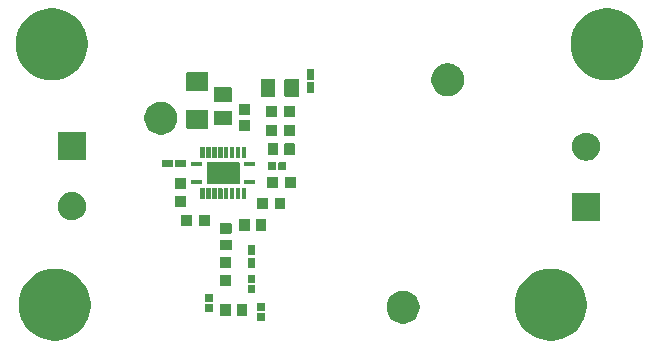
<source format=gbr>
%TF.GenerationSoftware,KiCad,Pcbnew,9.0.1*%
%TF.CreationDate,2025-05-14T23:35:05-05:00*%
%TF.ProjectId,Project-Star,50726f6a-6563-4742-9d53-7461722e6b69,rev?*%
%TF.SameCoordinates,Original*%
%TF.FileFunction,Soldermask,Bot*%
%TF.FilePolarity,Negative*%
%FSLAX46Y46*%
G04 Gerber Fmt 4.6, Leading zero omitted, Abs format (unit mm)*
G04 Created by KiCad (PCBNEW 9.0.1) date 2025-05-14 23:35:05*
%MOMM*%
%LPD*%
G01*
G04 APERTURE LIST*
G04 APERTURE END LIST*
G36*
X123010894Y-108793093D02*
G01*
X123344348Y-108869202D01*
X123667184Y-108982167D01*
X123975343Y-109130569D01*
X124264947Y-109312539D01*
X124532357Y-109525791D01*
X124774209Y-109767643D01*
X124987461Y-110035053D01*
X125169431Y-110324657D01*
X125317833Y-110632816D01*
X125430798Y-110955652D01*
X125506907Y-111289106D01*
X125545202Y-111628985D01*
X125545202Y-111971015D01*
X125506907Y-112310894D01*
X125430798Y-112644348D01*
X125317833Y-112967184D01*
X125169431Y-113275343D01*
X124987461Y-113564947D01*
X124774209Y-113832357D01*
X124532357Y-114074209D01*
X124264947Y-114287461D01*
X123975343Y-114469431D01*
X123667184Y-114617833D01*
X123344348Y-114730798D01*
X123010894Y-114806907D01*
X122671015Y-114845202D01*
X122328985Y-114845202D01*
X121989106Y-114806907D01*
X121655652Y-114730798D01*
X121332816Y-114617833D01*
X121024657Y-114469431D01*
X120735053Y-114287461D01*
X120467643Y-114074209D01*
X120225791Y-113832357D01*
X120012539Y-113564947D01*
X119830569Y-113275343D01*
X119682167Y-112967184D01*
X119569202Y-112644348D01*
X119493093Y-112310894D01*
X119454798Y-111971015D01*
X119454798Y-111628985D01*
X119493093Y-111289106D01*
X119569202Y-110955652D01*
X119682167Y-110632816D01*
X119830569Y-110324657D01*
X120012539Y-110035053D01*
X120225791Y-109767643D01*
X120467643Y-109525791D01*
X120735053Y-109312539D01*
X121024657Y-109130569D01*
X121332816Y-108982167D01*
X121655652Y-108869202D01*
X121989106Y-108793093D01*
X122328985Y-108754798D01*
X122671015Y-108754798D01*
X123010894Y-108793093D01*
G37*
G36*
X165010894Y-108793093D02*
G01*
X165344348Y-108869202D01*
X165667184Y-108982167D01*
X165975343Y-109130569D01*
X166264947Y-109312539D01*
X166532357Y-109525791D01*
X166774209Y-109767643D01*
X166987461Y-110035053D01*
X167169431Y-110324657D01*
X167317833Y-110632816D01*
X167430798Y-110955652D01*
X167506907Y-111289106D01*
X167545202Y-111628985D01*
X167545202Y-111971015D01*
X167506907Y-112310894D01*
X167430798Y-112644348D01*
X167317833Y-112967184D01*
X167169431Y-113275343D01*
X166987461Y-113564947D01*
X166774209Y-113832357D01*
X166532357Y-114074209D01*
X166264947Y-114287461D01*
X165975343Y-114469431D01*
X165667184Y-114617833D01*
X165344348Y-114730798D01*
X165010894Y-114806907D01*
X164671015Y-114845202D01*
X164328985Y-114845202D01*
X163989106Y-114806907D01*
X163655652Y-114730798D01*
X163332816Y-114617833D01*
X163024657Y-114469431D01*
X162735053Y-114287461D01*
X162467643Y-114074209D01*
X162225791Y-113832357D01*
X162012539Y-113564947D01*
X161830569Y-113275343D01*
X161682167Y-112967184D01*
X161569202Y-112644348D01*
X161493093Y-112310894D01*
X161454798Y-111971015D01*
X161454798Y-111628985D01*
X161493093Y-111289106D01*
X161569202Y-110955652D01*
X161682167Y-110632816D01*
X161830569Y-110324657D01*
X162012539Y-110035053D01*
X162225791Y-109767643D01*
X162467643Y-109525791D01*
X162735053Y-109312539D01*
X163024657Y-109130569D01*
X163332816Y-108982167D01*
X163655652Y-108869202D01*
X163989106Y-108793093D01*
X164328985Y-108754798D01*
X164671015Y-108754798D01*
X165010894Y-108793093D01*
G37*
G36*
X152326824Y-110638682D02*
G01*
X152535757Y-110706569D01*
X152731498Y-110806304D01*
X152909227Y-110935432D01*
X153064568Y-111090773D01*
X153193696Y-111268502D01*
X153293431Y-111464243D01*
X153361318Y-111673176D01*
X153395684Y-111890157D01*
X153395684Y-112109843D01*
X153361318Y-112326824D01*
X153293431Y-112535757D01*
X153193696Y-112731498D01*
X153064568Y-112909227D01*
X152909227Y-113064568D01*
X152731498Y-113193696D01*
X152535757Y-113293431D01*
X152326824Y-113361318D01*
X152109843Y-113395684D01*
X151890157Y-113395684D01*
X151673176Y-113361318D01*
X151464243Y-113293431D01*
X151268502Y-113193696D01*
X151090773Y-113064568D01*
X150935432Y-112909227D01*
X150806304Y-112731498D01*
X150706569Y-112535757D01*
X150638682Y-112326824D01*
X150604316Y-112109843D01*
X150604316Y-111890157D01*
X150638682Y-111673176D01*
X150706569Y-111464243D01*
X150806304Y-111268502D01*
X150935432Y-111090773D01*
X151090773Y-110935432D01*
X151268502Y-110806304D01*
X151464243Y-110706569D01*
X151673176Y-110638682D01*
X151890157Y-110604316D01*
X152109843Y-110604316D01*
X152326824Y-110638682D01*
G37*
G36*
X140267110Y-112518806D02*
G01*
X140283331Y-112529645D01*
X140294170Y-112545866D01*
X140297976Y-112565000D01*
X140297976Y-113135000D01*
X140294170Y-113154134D01*
X140283331Y-113170355D01*
X140267110Y-113181194D01*
X140247976Y-113185000D01*
X139707976Y-113185000D01*
X139688842Y-113181194D01*
X139672621Y-113170355D01*
X139661782Y-113154134D01*
X139657976Y-113135000D01*
X139657976Y-112565000D01*
X139661782Y-112545866D01*
X139672621Y-112529645D01*
X139688842Y-112518806D01*
X139707976Y-112515000D01*
X140247976Y-112515000D01*
X140267110Y-112518806D01*
G37*
G36*
X137397110Y-111753806D02*
G01*
X137413331Y-111764645D01*
X137424170Y-111780866D01*
X137427976Y-111800000D01*
X137427976Y-112700000D01*
X137424170Y-112719134D01*
X137413331Y-112735355D01*
X137397110Y-112746194D01*
X137377976Y-112750000D01*
X136577976Y-112750000D01*
X136558842Y-112746194D01*
X136542621Y-112735355D01*
X136531782Y-112719134D01*
X136527976Y-112700000D01*
X136527976Y-111800000D01*
X136531782Y-111780866D01*
X136542621Y-111764645D01*
X136558842Y-111753806D01*
X136577976Y-111750000D01*
X137377976Y-111750000D01*
X137397110Y-111753806D01*
G37*
G36*
X138797110Y-111753806D02*
G01*
X138813331Y-111764645D01*
X138824170Y-111780866D01*
X138827976Y-111800000D01*
X138827976Y-112700000D01*
X138824170Y-112719134D01*
X138813331Y-112735355D01*
X138797110Y-112746194D01*
X138777976Y-112750000D01*
X137977976Y-112750000D01*
X137958842Y-112746194D01*
X137942621Y-112735355D01*
X137931782Y-112719134D01*
X137927976Y-112700000D01*
X137927976Y-111800000D01*
X137931782Y-111780866D01*
X137942621Y-111764645D01*
X137958842Y-111753806D01*
X137977976Y-111750000D01*
X138777976Y-111750000D01*
X138797110Y-111753806D01*
G37*
G36*
X135867110Y-111748806D02*
G01*
X135883331Y-111759645D01*
X135894170Y-111775866D01*
X135897976Y-111795000D01*
X135897976Y-112365000D01*
X135894170Y-112384134D01*
X135883331Y-112400355D01*
X135867110Y-112411194D01*
X135847976Y-112415000D01*
X135307976Y-112415000D01*
X135288842Y-112411194D01*
X135272621Y-112400355D01*
X135261782Y-112384134D01*
X135257976Y-112365000D01*
X135257976Y-111795000D01*
X135261782Y-111775866D01*
X135272621Y-111759645D01*
X135288842Y-111748806D01*
X135307976Y-111745000D01*
X135847976Y-111745000D01*
X135867110Y-111748806D01*
G37*
G36*
X140267110Y-111658806D02*
G01*
X140283331Y-111669645D01*
X140294170Y-111685866D01*
X140297976Y-111705000D01*
X140297976Y-112275000D01*
X140294170Y-112294134D01*
X140283331Y-112310355D01*
X140267110Y-112321194D01*
X140247976Y-112325000D01*
X139707976Y-112325000D01*
X139688842Y-112321194D01*
X139672621Y-112310355D01*
X139661782Y-112294134D01*
X139657976Y-112275000D01*
X139657976Y-111705000D01*
X139661782Y-111685866D01*
X139672621Y-111669645D01*
X139688842Y-111658806D01*
X139707976Y-111655000D01*
X140247976Y-111655000D01*
X140267110Y-111658806D01*
G37*
G36*
X135867110Y-110888806D02*
G01*
X135883331Y-110899645D01*
X135894170Y-110915866D01*
X135897976Y-110935000D01*
X135897976Y-111505000D01*
X135894170Y-111524134D01*
X135883331Y-111540355D01*
X135867110Y-111551194D01*
X135847976Y-111555000D01*
X135307976Y-111555000D01*
X135288842Y-111551194D01*
X135272621Y-111540355D01*
X135261782Y-111524134D01*
X135257976Y-111505000D01*
X135257976Y-110935000D01*
X135261782Y-110915866D01*
X135272621Y-110899645D01*
X135288842Y-110888806D01*
X135307976Y-110885000D01*
X135847976Y-110885000D01*
X135867110Y-110888806D01*
G37*
G36*
X139467110Y-110118806D02*
G01*
X139483331Y-110129645D01*
X139494170Y-110145866D01*
X139497976Y-110165000D01*
X139497976Y-110735000D01*
X139494170Y-110754134D01*
X139483331Y-110770355D01*
X139467110Y-110781194D01*
X139447976Y-110785000D01*
X138907976Y-110785000D01*
X138888842Y-110781194D01*
X138872621Y-110770355D01*
X138861782Y-110754134D01*
X138857976Y-110735000D01*
X138857976Y-110165000D01*
X138861782Y-110145866D01*
X138872621Y-110129645D01*
X138888842Y-110118806D01*
X138907976Y-110115000D01*
X139447976Y-110115000D01*
X139467110Y-110118806D01*
G37*
G36*
X137427110Y-109298806D02*
G01*
X137443331Y-109309645D01*
X137454170Y-109325866D01*
X137457976Y-109345000D01*
X137457976Y-110155000D01*
X137454170Y-110174134D01*
X137443331Y-110190355D01*
X137427110Y-110201194D01*
X137407976Y-110205000D01*
X136547976Y-110205000D01*
X136528842Y-110201194D01*
X136512621Y-110190355D01*
X136501782Y-110174134D01*
X136497976Y-110155000D01*
X136497976Y-109345000D01*
X136501782Y-109325866D01*
X136512621Y-109309645D01*
X136528842Y-109298806D01*
X136547976Y-109295000D01*
X137407976Y-109295000D01*
X137427110Y-109298806D01*
G37*
G36*
X139467110Y-109258806D02*
G01*
X139483331Y-109269645D01*
X139494170Y-109285866D01*
X139497976Y-109305000D01*
X139497976Y-109875000D01*
X139494170Y-109894134D01*
X139483331Y-109910355D01*
X139467110Y-109921194D01*
X139447976Y-109925000D01*
X138907976Y-109925000D01*
X138888842Y-109921194D01*
X138872621Y-109910355D01*
X138861782Y-109894134D01*
X138857976Y-109875000D01*
X138857976Y-109305000D01*
X138861782Y-109285866D01*
X138872621Y-109269645D01*
X138888842Y-109258806D01*
X138907976Y-109255000D01*
X139447976Y-109255000D01*
X139467110Y-109258806D01*
G37*
G36*
X137427110Y-107798806D02*
G01*
X137443331Y-107809645D01*
X137454170Y-107825866D01*
X137457976Y-107845000D01*
X137457976Y-108655000D01*
X137454170Y-108674134D01*
X137443331Y-108690355D01*
X137427110Y-108701194D01*
X137407976Y-108705000D01*
X136547976Y-108705000D01*
X136528842Y-108701194D01*
X136512621Y-108690355D01*
X136501782Y-108674134D01*
X136497976Y-108655000D01*
X136497976Y-107845000D01*
X136501782Y-107825866D01*
X136512621Y-107809645D01*
X136528842Y-107798806D01*
X136547976Y-107795000D01*
X137407976Y-107795000D01*
X137427110Y-107798806D01*
G37*
G36*
X139467110Y-107808806D02*
G01*
X139483331Y-107819645D01*
X139494170Y-107835866D01*
X139497976Y-107855000D01*
X139497976Y-108645000D01*
X139494170Y-108664134D01*
X139483331Y-108680355D01*
X139467110Y-108691194D01*
X139447976Y-108695000D01*
X138907976Y-108695000D01*
X138888842Y-108691194D01*
X138872621Y-108680355D01*
X138861782Y-108664134D01*
X138857976Y-108645000D01*
X138857976Y-107855000D01*
X138861782Y-107835866D01*
X138872621Y-107819645D01*
X138888842Y-107808806D01*
X138907976Y-107805000D01*
X139447976Y-107805000D01*
X139467110Y-107808806D01*
G37*
G36*
X139467110Y-106708806D02*
G01*
X139483331Y-106719645D01*
X139494170Y-106735866D01*
X139497976Y-106755000D01*
X139497976Y-107545000D01*
X139494170Y-107564134D01*
X139483331Y-107580355D01*
X139467110Y-107591194D01*
X139447976Y-107595000D01*
X138907976Y-107595000D01*
X138888842Y-107591194D01*
X138872621Y-107580355D01*
X138861782Y-107564134D01*
X138857976Y-107545000D01*
X138857976Y-106755000D01*
X138861782Y-106735866D01*
X138872621Y-106719645D01*
X138888842Y-106708806D01*
X138907976Y-106705000D01*
X139447976Y-106705000D01*
X139467110Y-106708806D01*
G37*
G36*
X137447110Y-106303806D02*
G01*
X137463331Y-106314645D01*
X137474170Y-106330866D01*
X137477976Y-106350000D01*
X137477976Y-107150000D01*
X137474170Y-107169134D01*
X137463331Y-107185355D01*
X137447110Y-107196194D01*
X137427976Y-107200000D01*
X136527976Y-107200000D01*
X136508842Y-107196194D01*
X136492621Y-107185355D01*
X136481782Y-107169134D01*
X136477976Y-107150000D01*
X136477976Y-106350000D01*
X136481782Y-106330866D01*
X136492621Y-106314645D01*
X136508842Y-106303806D01*
X136527976Y-106300000D01*
X137427976Y-106300000D01*
X137447110Y-106303806D01*
G37*
G36*
X137447110Y-104903806D02*
G01*
X137463331Y-104914645D01*
X137474170Y-104930866D01*
X137477976Y-104950000D01*
X137477976Y-105750000D01*
X137474170Y-105769134D01*
X137463331Y-105785355D01*
X137447110Y-105796194D01*
X137427976Y-105800000D01*
X136527976Y-105800000D01*
X136508842Y-105796194D01*
X136492621Y-105785355D01*
X136481782Y-105769134D01*
X136477976Y-105750000D01*
X136477976Y-104950000D01*
X136481782Y-104930866D01*
X136492621Y-104914645D01*
X136508842Y-104903806D01*
X136527976Y-104900000D01*
X137427976Y-104900000D01*
X137447110Y-104903806D01*
G37*
G36*
X138997110Y-104553806D02*
G01*
X139013331Y-104564645D01*
X139024170Y-104580866D01*
X139027976Y-104600000D01*
X139027976Y-105500000D01*
X139024170Y-105519134D01*
X139013331Y-105535355D01*
X138997110Y-105546194D01*
X138977976Y-105550000D01*
X138177976Y-105550000D01*
X138158842Y-105546194D01*
X138142621Y-105535355D01*
X138131782Y-105519134D01*
X138127976Y-105500000D01*
X138127976Y-104600000D01*
X138131782Y-104580866D01*
X138142621Y-104564645D01*
X138158842Y-104553806D01*
X138177976Y-104550000D01*
X138977976Y-104550000D01*
X138997110Y-104553806D01*
G37*
G36*
X140397110Y-104553806D02*
G01*
X140413331Y-104564645D01*
X140424170Y-104580866D01*
X140427976Y-104600000D01*
X140427976Y-105500000D01*
X140424170Y-105519134D01*
X140413331Y-105535355D01*
X140397110Y-105546194D01*
X140377976Y-105550000D01*
X139577976Y-105550000D01*
X139558842Y-105546194D01*
X139542621Y-105535355D01*
X139531782Y-105519134D01*
X139527976Y-105500000D01*
X139527976Y-104600000D01*
X139531782Y-104580866D01*
X139542621Y-104564645D01*
X139558842Y-104553806D01*
X139577976Y-104550000D01*
X140377976Y-104550000D01*
X140397110Y-104553806D01*
G37*
G36*
X134102110Y-104173806D02*
G01*
X134118331Y-104184645D01*
X134129170Y-104200866D01*
X134132976Y-104220000D01*
X134132976Y-105080000D01*
X134129170Y-105099134D01*
X134118331Y-105115355D01*
X134102110Y-105126194D01*
X134082976Y-105130000D01*
X133272976Y-105130000D01*
X133253842Y-105126194D01*
X133237621Y-105115355D01*
X133226782Y-105099134D01*
X133222976Y-105080000D01*
X133222976Y-104220000D01*
X133226782Y-104200866D01*
X133237621Y-104184645D01*
X133253842Y-104173806D01*
X133272976Y-104170000D01*
X134082976Y-104170000D01*
X134102110Y-104173806D01*
G37*
G36*
X135602110Y-104173806D02*
G01*
X135618331Y-104184645D01*
X135629170Y-104200866D01*
X135632976Y-104220000D01*
X135632976Y-105080000D01*
X135629170Y-105099134D01*
X135618331Y-105115355D01*
X135602110Y-105126194D01*
X135582976Y-105130000D01*
X134772976Y-105130000D01*
X134753842Y-105126194D01*
X134737621Y-105115355D01*
X134726782Y-105099134D01*
X134722976Y-105080000D01*
X134722976Y-104220000D01*
X134726782Y-104200866D01*
X134737621Y-104184645D01*
X134753842Y-104173806D01*
X134772976Y-104170000D01*
X135582976Y-104170000D01*
X135602110Y-104173806D01*
G37*
G36*
X168669134Y-102303806D02*
G01*
X168685355Y-102314645D01*
X168696194Y-102330866D01*
X168700000Y-102350000D01*
X168700000Y-104650000D01*
X168696194Y-104669134D01*
X168685355Y-104685355D01*
X168669134Y-104696194D01*
X168650000Y-104700000D01*
X166350000Y-104700000D01*
X166330866Y-104696194D01*
X166314645Y-104685355D01*
X166303806Y-104669134D01*
X166300000Y-104650000D01*
X166300000Y-102350000D01*
X166303806Y-102330866D01*
X166314645Y-102314645D01*
X166330866Y-102303806D01*
X166350000Y-102300000D01*
X168650000Y-102300000D01*
X168669134Y-102303806D01*
G37*
G36*
X124240134Y-102293156D02*
G01*
X124419220Y-102351345D01*
X124586998Y-102436832D01*
X124739338Y-102547513D01*
X124872487Y-102680662D01*
X124983168Y-102833002D01*
X125068655Y-103000780D01*
X125126844Y-103179866D01*
X125156301Y-103365849D01*
X125156301Y-103554151D01*
X125126844Y-103740134D01*
X125068655Y-103919220D01*
X124983168Y-104086998D01*
X124872487Y-104239338D01*
X124739338Y-104372487D01*
X124586998Y-104483168D01*
X124419220Y-104568655D01*
X124240134Y-104626844D01*
X124054151Y-104656301D01*
X123865849Y-104656301D01*
X123679866Y-104626844D01*
X123500780Y-104568655D01*
X123333002Y-104483168D01*
X123180662Y-104372487D01*
X123047513Y-104239338D01*
X122936832Y-104086998D01*
X122851345Y-103919220D01*
X122793156Y-103740134D01*
X122763699Y-103554151D01*
X122763699Y-103365849D01*
X122793156Y-103179866D01*
X122851345Y-103000780D01*
X122936832Y-102833002D01*
X123047513Y-102680662D01*
X123180662Y-102547513D01*
X123333002Y-102436832D01*
X123500780Y-102351345D01*
X123679866Y-102293156D01*
X123865849Y-102263699D01*
X124054151Y-102263699D01*
X124240134Y-102293156D01*
G37*
G36*
X140502110Y-102773806D02*
G01*
X140518331Y-102784645D01*
X140529170Y-102800866D01*
X140532976Y-102820000D01*
X140532976Y-103680000D01*
X140529170Y-103699134D01*
X140518331Y-103715355D01*
X140502110Y-103726194D01*
X140482976Y-103730000D01*
X139672976Y-103730000D01*
X139653842Y-103726194D01*
X139637621Y-103715355D01*
X139626782Y-103699134D01*
X139622976Y-103680000D01*
X139622976Y-102820000D01*
X139626782Y-102800866D01*
X139637621Y-102784645D01*
X139653842Y-102773806D01*
X139672976Y-102770000D01*
X140482976Y-102770000D01*
X140502110Y-102773806D01*
G37*
G36*
X142002110Y-102773806D02*
G01*
X142018331Y-102784645D01*
X142029170Y-102800866D01*
X142032976Y-102820000D01*
X142032976Y-103680000D01*
X142029170Y-103699134D01*
X142018331Y-103715355D01*
X142002110Y-103726194D01*
X141982976Y-103730000D01*
X141172976Y-103730000D01*
X141153842Y-103726194D01*
X141137621Y-103715355D01*
X141126782Y-103699134D01*
X141122976Y-103680000D01*
X141122976Y-102820000D01*
X141126782Y-102800866D01*
X141137621Y-102784645D01*
X141153842Y-102773806D01*
X141172976Y-102770000D01*
X141982976Y-102770000D01*
X142002110Y-102773806D01*
G37*
G36*
X133627110Y-102598806D02*
G01*
X133643331Y-102609645D01*
X133654170Y-102625866D01*
X133657976Y-102645000D01*
X133657976Y-103455000D01*
X133654170Y-103474134D01*
X133643331Y-103490355D01*
X133627110Y-103501194D01*
X133607976Y-103505000D01*
X132747976Y-103505000D01*
X132728842Y-103501194D01*
X132712621Y-103490355D01*
X132701782Y-103474134D01*
X132697976Y-103455000D01*
X132697976Y-102645000D01*
X132701782Y-102625866D01*
X132712621Y-102609645D01*
X132728842Y-102598806D01*
X132747976Y-102595000D01*
X133607976Y-102595000D01*
X133627110Y-102598806D01*
G37*
G36*
X135187110Y-101928806D02*
G01*
X135203331Y-101939645D01*
X135214170Y-101955866D01*
X135217976Y-101975000D01*
X135217976Y-102825000D01*
X135214170Y-102844134D01*
X135203331Y-102860355D01*
X135187110Y-102871194D01*
X135167976Y-102875000D01*
X134887976Y-102875000D01*
X134868842Y-102871194D01*
X134852621Y-102860355D01*
X134841782Y-102844134D01*
X134837976Y-102825000D01*
X134837976Y-101975000D01*
X134841782Y-101955866D01*
X134852621Y-101939645D01*
X134868842Y-101928806D01*
X134887976Y-101925000D01*
X135167976Y-101925000D01*
X135187110Y-101928806D01*
G37*
G36*
X135687110Y-101928806D02*
G01*
X135703331Y-101939645D01*
X135714170Y-101955866D01*
X135717976Y-101975000D01*
X135717976Y-102825000D01*
X135714170Y-102844134D01*
X135703331Y-102860355D01*
X135687110Y-102871194D01*
X135667976Y-102875000D01*
X135387976Y-102875000D01*
X135368842Y-102871194D01*
X135352621Y-102860355D01*
X135341782Y-102844134D01*
X135337976Y-102825000D01*
X135337976Y-101975000D01*
X135341782Y-101955866D01*
X135352621Y-101939645D01*
X135368842Y-101928806D01*
X135387976Y-101925000D01*
X135667976Y-101925000D01*
X135687110Y-101928806D01*
G37*
G36*
X136187110Y-101928806D02*
G01*
X136203331Y-101939645D01*
X136214170Y-101955866D01*
X136217976Y-101975000D01*
X136217976Y-102825000D01*
X136214170Y-102844134D01*
X136203331Y-102860355D01*
X136187110Y-102871194D01*
X136167976Y-102875000D01*
X135887976Y-102875000D01*
X135868842Y-102871194D01*
X135852621Y-102860355D01*
X135841782Y-102844134D01*
X135837976Y-102825000D01*
X135837976Y-101975000D01*
X135841782Y-101955866D01*
X135852621Y-101939645D01*
X135868842Y-101928806D01*
X135887976Y-101925000D01*
X136167976Y-101925000D01*
X136187110Y-101928806D01*
G37*
G36*
X136687110Y-101928806D02*
G01*
X136703331Y-101939645D01*
X136714170Y-101955866D01*
X136717976Y-101975000D01*
X136717976Y-102825000D01*
X136714170Y-102844134D01*
X136703331Y-102860355D01*
X136687110Y-102871194D01*
X136667976Y-102875000D01*
X136387976Y-102875000D01*
X136368842Y-102871194D01*
X136352621Y-102860355D01*
X136341782Y-102844134D01*
X136337976Y-102825000D01*
X136337976Y-101975000D01*
X136341782Y-101955866D01*
X136352621Y-101939645D01*
X136368842Y-101928806D01*
X136387976Y-101925000D01*
X136667976Y-101925000D01*
X136687110Y-101928806D01*
G37*
G36*
X137187110Y-101928806D02*
G01*
X137203331Y-101939645D01*
X137214170Y-101955866D01*
X137217976Y-101975000D01*
X137217976Y-102825000D01*
X137214170Y-102844134D01*
X137203331Y-102860355D01*
X137187110Y-102871194D01*
X137167976Y-102875000D01*
X136887976Y-102875000D01*
X136868842Y-102871194D01*
X136852621Y-102860355D01*
X136841782Y-102844134D01*
X136837976Y-102825000D01*
X136837976Y-101975000D01*
X136841782Y-101955866D01*
X136852621Y-101939645D01*
X136868842Y-101928806D01*
X136887976Y-101925000D01*
X137167976Y-101925000D01*
X137187110Y-101928806D01*
G37*
G36*
X137687110Y-101928806D02*
G01*
X137703331Y-101939645D01*
X137714170Y-101955866D01*
X137717976Y-101975000D01*
X137717976Y-102825000D01*
X137714170Y-102844134D01*
X137703331Y-102860355D01*
X137687110Y-102871194D01*
X137667976Y-102875000D01*
X137387976Y-102875000D01*
X137368842Y-102871194D01*
X137352621Y-102860355D01*
X137341782Y-102844134D01*
X137337976Y-102825000D01*
X137337976Y-101975000D01*
X137341782Y-101955866D01*
X137352621Y-101939645D01*
X137368842Y-101928806D01*
X137387976Y-101925000D01*
X137667976Y-101925000D01*
X137687110Y-101928806D01*
G37*
G36*
X138187110Y-101928806D02*
G01*
X138203331Y-101939645D01*
X138214170Y-101955866D01*
X138217976Y-101975000D01*
X138217976Y-102825000D01*
X138214170Y-102844134D01*
X138203331Y-102860355D01*
X138187110Y-102871194D01*
X138167976Y-102875000D01*
X137887976Y-102875000D01*
X137868842Y-102871194D01*
X137852621Y-102860355D01*
X137841782Y-102844134D01*
X137837976Y-102825000D01*
X137837976Y-101975000D01*
X137841782Y-101955866D01*
X137852621Y-101939645D01*
X137868842Y-101928806D01*
X137887976Y-101925000D01*
X138167976Y-101925000D01*
X138187110Y-101928806D01*
G37*
G36*
X138687110Y-101928806D02*
G01*
X138703331Y-101939645D01*
X138714170Y-101955866D01*
X138717976Y-101975000D01*
X138717976Y-102825000D01*
X138714170Y-102844134D01*
X138703331Y-102860355D01*
X138687110Y-102871194D01*
X138667976Y-102875000D01*
X138387976Y-102875000D01*
X138368842Y-102871194D01*
X138352621Y-102860355D01*
X138341782Y-102844134D01*
X138337976Y-102825000D01*
X138337976Y-101975000D01*
X138341782Y-101955866D01*
X138352621Y-101939645D01*
X138368842Y-101928806D01*
X138387976Y-101925000D01*
X138667976Y-101925000D01*
X138687110Y-101928806D01*
G37*
G36*
X133627110Y-101098806D02*
G01*
X133643331Y-101109645D01*
X133654170Y-101125866D01*
X133657976Y-101145000D01*
X133657976Y-101955000D01*
X133654170Y-101974134D01*
X133643331Y-101990355D01*
X133627110Y-102001194D01*
X133607976Y-102005000D01*
X132747976Y-102005000D01*
X132728842Y-102001194D01*
X132712621Y-101990355D01*
X132701782Y-101974134D01*
X132697976Y-101955000D01*
X132697976Y-101145000D01*
X132701782Y-101125866D01*
X132712621Y-101109645D01*
X132728842Y-101098806D01*
X132747976Y-101095000D01*
X133607976Y-101095000D01*
X133627110Y-101098806D01*
G37*
G36*
X141402110Y-100973806D02*
G01*
X141418331Y-100984645D01*
X141429170Y-101000866D01*
X141432976Y-101020000D01*
X141432976Y-101880000D01*
X141429170Y-101899134D01*
X141418331Y-101915355D01*
X141402110Y-101926194D01*
X141382976Y-101930000D01*
X140572976Y-101930000D01*
X140553842Y-101926194D01*
X140537621Y-101915355D01*
X140526782Y-101899134D01*
X140522976Y-101880000D01*
X140522976Y-101020000D01*
X140526782Y-101000866D01*
X140537621Y-100984645D01*
X140553842Y-100973806D01*
X140572976Y-100970000D01*
X141382976Y-100970000D01*
X141402110Y-100973806D01*
G37*
G36*
X142902110Y-100973806D02*
G01*
X142918331Y-100984645D01*
X142929170Y-101000866D01*
X142932976Y-101020000D01*
X142932976Y-101880000D01*
X142929170Y-101899134D01*
X142918331Y-101915355D01*
X142902110Y-101926194D01*
X142882976Y-101930000D01*
X142072976Y-101930000D01*
X142053842Y-101926194D01*
X142037621Y-101915355D01*
X142026782Y-101899134D01*
X142022976Y-101880000D01*
X142022976Y-101020000D01*
X142026782Y-101000866D01*
X142037621Y-100984645D01*
X142053842Y-100973806D01*
X142072976Y-100970000D01*
X142882976Y-100970000D01*
X142902110Y-100973806D01*
G37*
G36*
X134972110Y-101213806D02*
G01*
X134988331Y-101224645D01*
X134999170Y-101240866D01*
X135002976Y-101260000D01*
X135002976Y-101540000D01*
X134999170Y-101559134D01*
X134988331Y-101575355D01*
X134972110Y-101586194D01*
X134952976Y-101590000D01*
X134102976Y-101590000D01*
X134083842Y-101586194D01*
X134067621Y-101575355D01*
X134056782Y-101559134D01*
X134052976Y-101540000D01*
X134052976Y-101260000D01*
X134056782Y-101240866D01*
X134067621Y-101224645D01*
X134083842Y-101213806D01*
X134102976Y-101210000D01*
X134952976Y-101210000D01*
X134972110Y-101213806D01*
G37*
G36*
X139472110Y-101213806D02*
G01*
X139488331Y-101224645D01*
X139499170Y-101240866D01*
X139502976Y-101260000D01*
X139502976Y-101540000D01*
X139499170Y-101559134D01*
X139488331Y-101575355D01*
X139472110Y-101586194D01*
X139452976Y-101590000D01*
X138602976Y-101590000D01*
X138583842Y-101586194D01*
X138567621Y-101575355D01*
X138556782Y-101559134D01*
X138552976Y-101540000D01*
X138552976Y-101260000D01*
X138556782Y-101240866D01*
X138567621Y-101224645D01*
X138583842Y-101213806D01*
X138602976Y-101210000D01*
X139452976Y-101210000D01*
X139472110Y-101213806D01*
G37*
G36*
X138147110Y-99753806D02*
G01*
X138163331Y-99764645D01*
X138174170Y-99780866D01*
X138177976Y-99800000D01*
X138177976Y-101500000D01*
X138174170Y-101519134D01*
X138163331Y-101535355D01*
X138147110Y-101546194D01*
X138127976Y-101550000D01*
X135427976Y-101550000D01*
X135408842Y-101546194D01*
X135392621Y-101535355D01*
X135381782Y-101519134D01*
X135377976Y-101500000D01*
X135377976Y-99800000D01*
X135381782Y-99780866D01*
X135392621Y-99764645D01*
X135408842Y-99753806D01*
X135427976Y-99750000D01*
X138127976Y-99750000D01*
X138147110Y-99753806D01*
G37*
G36*
X141222110Y-99733806D02*
G01*
X141238331Y-99744645D01*
X141249170Y-99760866D01*
X141252976Y-99780000D01*
X141252976Y-100320000D01*
X141249170Y-100339134D01*
X141238331Y-100355355D01*
X141222110Y-100366194D01*
X141202976Y-100370000D01*
X140632976Y-100370000D01*
X140613842Y-100366194D01*
X140597621Y-100355355D01*
X140586782Y-100339134D01*
X140582976Y-100320000D01*
X140582976Y-99780000D01*
X140586782Y-99760866D01*
X140597621Y-99744645D01*
X140613842Y-99733806D01*
X140632976Y-99730000D01*
X141202976Y-99730000D01*
X141222110Y-99733806D01*
G37*
G36*
X142082110Y-99733806D02*
G01*
X142098331Y-99744645D01*
X142109170Y-99760866D01*
X142112976Y-99780000D01*
X142112976Y-100320000D01*
X142109170Y-100339134D01*
X142098331Y-100355355D01*
X142082110Y-100366194D01*
X142062976Y-100370000D01*
X141492976Y-100370000D01*
X141473842Y-100366194D01*
X141457621Y-100355355D01*
X141446782Y-100339134D01*
X141442976Y-100320000D01*
X141442976Y-99780000D01*
X141446782Y-99760866D01*
X141457621Y-99744645D01*
X141473842Y-99733806D01*
X141492976Y-99730000D01*
X142062976Y-99730000D01*
X142082110Y-99733806D01*
G37*
G36*
X132492110Y-99533806D02*
G01*
X132508331Y-99544645D01*
X132519170Y-99560866D01*
X132522976Y-99580000D01*
X132522976Y-100120000D01*
X132519170Y-100139134D01*
X132508331Y-100155355D01*
X132492110Y-100166194D01*
X132472976Y-100170000D01*
X131682976Y-100170000D01*
X131663842Y-100166194D01*
X131647621Y-100155355D01*
X131636782Y-100139134D01*
X131632976Y-100120000D01*
X131632976Y-99580000D01*
X131636782Y-99560866D01*
X131647621Y-99544645D01*
X131663842Y-99533806D01*
X131682976Y-99530000D01*
X132472976Y-99530000D01*
X132492110Y-99533806D01*
G37*
G36*
X133592110Y-99533806D02*
G01*
X133608331Y-99544645D01*
X133619170Y-99560866D01*
X133622976Y-99580000D01*
X133622976Y-100120000D01*
X133619170Y-100139134D01*
X133608331Y-100155355D01*
X133592110Y-100166194D01*
X133572976Y-100170000D01*
X132782976Y-100170000D01*
X132763842Y-100166194D01*
X132747621Y-100155355D01*
X132736782Y-100139134D01*
X132732976Y-100120000D01*
X132732976Y-99580000D01*
X132736782Y-99560866D01*
X132747621Y-99544645D01*
X132763842Y-99533806D01*
X132782976Y-99530000D01*
X133572976Y-99530000D01*
X133592110Y-99533806D01*
G37*
G36*
X134972110Y-99713806D02*
G01*
X134988331Y-99724645D01*
X134999170Y-99740866D01*
X135002976Y-99760000D01*
X135002976Y-100040000D01*
X134999170Y-100059134D01*
X134988331Y-100075355D01*
X134972110Y-100086194D01*
X134952976Y-100090000D01*
X134102976Y-100090000D01*
X134083842Y-100086194D01*
X134067621Y-100075355D01*
X134056782Y-100059134D01*
X134052976Y-100040000D01*
X134052976Y-99760000D01*
X134056782Y-99740866D01*
X134067621Y-99724645D01*
X134083842Y-99713806D01*
X134102976Y-99710000D01*
X134952976Y-99710000D01*
X134972110Y-99713806D01*
G37*
G36*
X139472110Y-99713806D02*
G01*
X139488331Y-99724645D01*
X139499170Y-99740866D01*
X139502976Y-99760000D01*
X139502976Y-100040000D01*
X139499170Y-100059134D01*
X139488331Y-100075355D01*
X139472110Y-100086194D01*
X139452976Y-100090000D01*
X138602976Y-100090000D01*
X138583842Y-100086194D01*
X138567621Y-100075355D01*
X138556782Y-100059134D01*
X138552976Y-100040000D01*
X138552976Y-99760000D01*
X138556782Y-99740866D01*
X138567621Y-99724645D01*
X138583842Y-99713806D01*
X138602976Y-99710000D01*
X139452976Y-99710000D01*
X139472110Y-99713806D01*
G37*
G36*
X167780134Y-97253156D02*
G01*
X167959220Y-97311345D01*
X168126998Y-97396832D01*
X168279338Y-97507513D01*
X168412487Y-97640662D01*
X168523168Y-97793002D01*
X168608655Y-97960780D01*
X168666844Y-98139866D01*
X168696301Y-98325849D01*
X168696301Y-98514151D01*
X168666844Y-98700134D01*
X168608655Y-98879220D01*
X168523168Y-99046998D01*
X168412487Y-99199338D01*
X168279338Y-99332487D01*
X168126998Y-99443168D01*
X167959220Y-99528655D01*
X167780134Y-99586844D01*
X167594151Y-99616301D01*
X167405849Y-99616301D01*
X167219866Y-99586844D01*
X167040780Y-99528655D01*
X166873002Y-99443168D01*
X166720662Y-99332487D01*
X166587513Y-99199338D01*
X166476832Y-99046998D01*
X166391345Y-98879220D01*
X166333156Y-98700134D01*
X166303699Y-98514151D01*
X166303699Y-98325849D01*
X166333156Y-98139866D01*
X166391345Y-97960780D01*
X166476832Y-97793002D01*
X166587513Y-97640662D01*
X166720662Y-97507513D01*
X166873002Y-97396832D01*
X167040780Y-97311345D01*
X167219866Y-97253156D01*
X167405849Y-97223699D01*
X167594151Y-97223699D01*
X167780134Y-97253156D01*
G37*
G36*
X125129134Y-97183806D02*
G01*
X125145355Y-97194645D01*
X125156194Y-97210866D01*
X125160000Y-97230000D01*
X125160000Y-99530000D01*
X125156194Y-99549134D01*
X125145355Y-99565355D01*
X125129134Y-99576194D01*
X125110000Y-99580000D01*
X122810000Y-99580000D01*
X122790866Y-99576194D01*
X122774645Y-99565355D01*
X122763806Y-99549134D01*
X122760000Y-99530000D01*
X122760000Y-97230000D01*
X122763806Y-97210866D01*
X122774645Y-97194645D01*
X122790866Y-97183806D01*
X122810000Y-97180000D01*
X125110000Y-97180000D01*
X125129134Y-97183806D01*
G37*
G36*
X135187110Y-98428806D02*
G01*
X135203331Y-98439645D01*
X135214170Y-98455866D01*
X135217976Y-98475000D01*
X135217976Y-99325000D01*
X135214170Y-99344134D01*
X135203331Y-99360355D01*
X135187110Y-99371194D01*
X135167976Y-99375000D01*
X134887976Y-99375000D01*
X134868842Y-99371194D01*
X134852621Y-99360355D01*
X134841782Y-99344134D01*
X134837976Y-99325000D01*
X134837976Y-98475000D01*
X134841782Y-98455866D01*
X134852621Y-98439645D01*
X134868842Y-98428806D01*
X134887976Y-98425000D01*
X135167976Y-98425000D01*
X135187110Y-98428806D01*
G37*
G36*
X135687110Y-98428806D02*
G01*
X135703331Y-98439645D01*
X135714170Y-98455866D01*
X135717976Y-98475000D01*
X135717976Y-99325000D01*
X135714170Y-99344134D01*
X135703331Y-99360355D01*
X135687110Y-99371194D01*
X135667976Y-99375000D01*
X135387976Y-99375000D01*
X135368842Y-99371194D01*
X135352621Y-99360355D01*
X135341782Y-99344134D01*
X135337976Y-99325000D01*
X135337976Y-98475000D01*
X135341782Y-98455866D01*
X135352621Y-98439645D01*
X135368842Y-98428806D01*
X135387976Y-98425000D01*
X135667976Y-98425000D01*
X135687110Y-98428806D01*
G37*
G36*
X136187110Y-98428806D02*
G01*
X136203331Y-98439645D01*
X136214170Y-98455866D01*
X136217976Y-98475000D01*
X136217976Y-99325000D01*
X136214170Y-99344134D01*
X136203331Y-99360355D01*
X136187110Y-99371194D01*
X136167976Y-99375000D01*
X135887976Y-99375000D01*
X135868842Y-99371194D01*
X135852621Y-99360355D01*
X135841782Y-99344134D01*
X135837976Y-99325000D01*
X135837976Y-98475000D01*
X135841782Y-98455866D01*
X135852621Y-98439645D01*
X135868842Y-98428806D01*
X135887976Y-98425000D01*
X136167976Y-98425000D01*
X136187110Y-98428806D01*
G37*
G36*
X136687110Y-98428806D02*
G01*
X136703331Y-98439645D01*
X136714170Y-98455866D01*
X136717976Y-98475000D01*
X136717976Y-99325000D01*
X136714170Y-99344134D01*
X136703331Y-99360355D01*
X136687110Y-99371194D01*
X136667976Y-99375000D01*
X136387976Y-99375000D01*
X136368842Y-99371194D01*
X136352621Y-99360355D01*
X136341782Y-99344134D01*
X136337976Y-99325000D01*
X136337976Y-98475000D01*
X136341782Y-98455866D01*
X136352621Y-98439645D01*
X136368842Y-98428806D01*
X136387976Y-98425000D01*
X136667976Y-98425000D01*
X136687110Y-98428806D01*
G37*
G36*
X137187110Y-98428806D02*
G01*
X137203331Y-98439645D01*
X137214170Y-98455866D01*
X137217976Y-98475000D01*
X137217976Y-99325000D01*
X137214170Y-99344134D01*
X137203331Y-99360355D01*
X137187110Y-99371194D01*
X137167976Y-99375000D01*
X136887976Y-99375000D01*
X136868842Y-99371194D01*
X136852621Y-99360355D01*
X136841782Y-99344134D01*
X136837976Y-99325000D01*
X136837976Y-98475000D01*
X136841782Y-98455866D01*
X136852621Y-98439645D01*
X136868842Y-98428806D01*
X136887976Y-98425000D01*
X137167976Y-98425000D01*
X137187110Y-98428806D01*
G37*
G36*
X137687110Y-98428806D02*
G01*
X137703331Y-98439645D01*
X137714170Y-98455866D01*
X137717976Y-98475000D01*
X137717976Y-99325000D01*
X137714170Y-99344134D01*
X137703331Y-99360355D01*
X137687110Y-99371194D01*
X137667976Y-99375000D01*
X137387976Y-99375000D01*
X137368842Y-99371194D01*
X137352621Y-99360355D01*
X137341782Y-99344134D01*
X137337976Y-99325000D01*
X137337976Y-98475000D01*
X137341782Y-98455866D01*
X137352621Y-98439645D01*
X137368842Y-98428806D01*
X137387976Y-98425000D01*
X137667976Y-98425000D01*
X137687110Y-98428806D01*
G37*
G36*
X138187110Y-98428806D02*
G01*
X138203331Y-98439645D01*
X138214170Y-98455866D01*
X138217976Y-98475000D01*
X138217976Y-99325000D01*
X138214170Y-99344134D01*
X138203331Y-99360355D01*
X138187110Y-99371194D01*
X138167976Y-99375000D01*
X137887976Y-99375000D01*
X137868842Y-99371194D01*
X137852621Y-99360355D01*
X137841782Y-99344134D01*
X137837976Y-99325000D01*
X137837976Y-98475000D01*
X137841782Y-98455866D01*
X137852621Y-98439645D01*
X137868842Y-98428806D01*
X137887976Y-98425000D01*
X138167976Y-98425000D01*
X138187110Y-98428806D01*
G37*
G36*
X138687110Y-98428806D02*
G01*
X138703331Y-98439645D01*
X138714170Y-98455866D01*
X138717976Y-98475000D01*
X138717976Y-99325000D01*
X138714170Y-99344134D01*
X138703331Y-99360355D01*
X138687110Y-99371194D01*
X138667976Y-99375000D01*
X138387976Y-99375000D01*
X138368842Y-99371194D01*
X138352621Y-99360355D01*
X138341782Y-99344134D01*
X138337976Y-99325000D01*
X138337976Y-98475000D01*
X138341782Y-98455866D01*
X138352621Y-98439645D01*
X138368842Y-98428806D01*
X138387976Y-98425000D01*
X138667976Y-98425000D01*
X138687110Y-98428806D01*
G37*
G36*
X141397110Y-98153806D02*
G01*
X141413331Y-98164645D01*
X141424170Y-98180866D01*
X141427976Y-98200000D01*
X141427976Y-99100000D01*
X141424170Y-99119134D01*
X141413331Y-99135355D01*
X141397110Y-99146194D01*
X141377976Y-99150000D01*
X140577976Y-99150000D01*
X140558842Y-99146194D01*
X140542621Y-99135355D01*
X140531782Y-99119134D01*
X140527976Y-99100000D01*
X140527976Y-98200000D01*
X140531782Y-98180866D01*
X140542621Y-98164645D01*
X140558842Y-98153806D01*
X140577976Y-98150000D01*
X141377976Y-98150000D01*
X141397110Y-98153806D01*
G37*
G36*
X142797110Y-98153806D02*
G01*
X142813331Y-98164645D01*
X142824170Y-98180866D01*
X142827976Y-98200000D01*
X142827976Y-99100000D01*
X142824170Y-99119134D01*
X142813331Y-99135355D01*
X142797110Y-99146194D01*
X142777976Y-99150000D01*
X141977976Y-99150000D01*
X141958842Y-99146194D01*
X141942621Y-99135355D01*
X141931782Y-99119134D01*
X141927976Y-99100000D01*
X141927976Y-98200000D01*
X141931782Y-98180866D01*
X141942621Y-98164645D01*
X141958842Y-98153806D01*
X141977976Y-98150000D01*
X142777976Y-98150000D01*
X142797110Y-98153806D01*
G37*
G36*
X141302110Y-96573806D02*
G01*
X141318331Y-96584645D01*
X141329170Y-96600866D01*
X141332976Y-96620000D01*
X141332976Y-97480000D01*
X141329170Y-97499134D01*
X141318331Y-97515355D01*
X141302110Y-97526194D01*
X141282976Y-97530000D01*
X140472976Y-97530000D01*
X140453842Y-97526194D01*
X140437621Y-97515355D01*
X140426782Y-97499134D01*
X140422976Y-97480000D01*
X140422976Y-96620000D01*
X140426782Y-96600866D01*
X140437621Y-96584645D01*
X140453842Y-96573806D01*
X140472976Y-96570000D01*
X141282976Y-96570000D01*
X141302110Y-96573806D01*
G37*
G36*
X142802110Y-96573806D02*
G01*
X142818331Y-96584645D01*
X142829170Y-96600866D01*
X142832976Y-96620000D01*
X142832976Y-97480000D01*
X142829170Y-97499134D01*
X142818331Y-97515355D01*
X142802110Y-97526194D01*
X142782976Y-97530000D01*
X141972976Y-97530000D01*
X141953842Y-97526194D01*
X141937621Y-97515355D01*
X141926782Y-97499134D01*
X141922976Y-97480000D01*
X141922976Y-96620000D01*
X141926782Y-96600866D01*
X141937621Y-96584645D01*
X141953842Y-96573806D01*
X141972976Y-96570000D01*
X142782976Y-96570000D01*
X142802110Y-96573806D01*
G37*
G36*
X131826824Y-94638682D02*
G01*
X132035757Y-94706569D01*
X132231498Y-94806304D01*
X132409227Y-94935432D01*
X132564568Y-95090773D01*
X132693696Y-95268502D01*
X132793431Y-95464243D01*
X132861318Y-95673176D01*
X132895684Y-95890157D01*
X132895684Y-96109843D01*
X132861318Y-96326824D01*
X132793431Y-96535757D01*
X132693696Y-96731498D01*
X132564568Y-96909227D01*
X132409227Y-97064568D01*
X132231498Y-97193696D01*
X132035757Y-97293431D01*
X131826824Y-97361318D01*
X131609843Y-97395684D01*
X131390157Y-97395684D01*
X131173176Y-97361318D01*
X130964243Y-97293431D01*
X130768502Y-97193696D01*
X130590773Y-97064568D01*
X130435432Y-96909227D01*
X130306304Y-96731498D01*
X130206569Y-96535757D01*
X130138682Y-96326824D01*
X130104316Y-96109843D01*
X130104316Y-95890157D01*
X130138682Y-95673176D01*
X130206569Y-95464243D01*
X130306304Y-95268502D01*
X130435432Y-95090773D01*
X130590773Y-94935432D01*
X130768502Y-94806304D01*
X130964243Y-94706569D01*
X131173176Y-94638682D01*
X131390157Y-94604316D01*
X131609843Y-94604316D01*
X131826824Y-94638682D01*
G37*
G36*
X139047110Y-96203806D02*
G01*
X139063331Y-96214645D01*
X139074170Y-96230866D01*
X139077976Y-96250000D01*
X139077976Y-97050000D01*
X139074170Y-97069134D01*
X139063331Y-97085355D01*
X139047110Y-97096194D01*
X139027976Y-97100000D01*
X138127976Y-97100000D01*
X138108842Y-97096194D01*
X138092621Y-97085355D01*
X138081782Y-97069134D01*
X138077976Y-97050000D01*
X138077976Y-96250000D01*
X138081782Y-96230866D01*
X138092621Y-96214645D01*
X138108842Y-96203806D01*
X138127976Y-96200000D01*
X139027976Y-96200000D01*
X139047110Y-96203806D01*
G37*
G36*
X135462110Y-95298806D02*
G01*
X135478331Y-95309645D01*
X135489170Y-95325866D01*
X135492976Y-95345000D01*
X135492976Y-96835000D01*
X135489170Y-96854134D01*
X135478331Y-96870355D01*
X135462110Y-96881194D01*
X135442976Y-96885000D01*
X133712976Y-96885000D01*
X133693842Y-96881194D01*
X133677621Y-96870355D01*
X133666782Y-96854134D01*
X133662976Y-96835000D01*
X133662976Y-95345000D01*
X133666782Y-95325866D01*
X133677621Y-95309645D01*
X133693842Y-95298806D01*
X133712976Y-95295000D01*
X135442976Y-95295000D01*
X135462110Y-95298806D01*
G37*
G36*
X137459134Y-95388806D02*
G01*
X137475355Y-95399645D01*
X137486194Y-95415866D01*
X137490000Y-95435000D01*
X137490000Y-96565000D01*
X137486194Y-96584134D01*
X137475355Y-96600355D01*
X137459134Y-96611194D01*
X137440000Y-96615000D01*
X136060000Y-96615000D01*
X136040866Y-96611194D01*
X136024645Y-96600355D01*
X136013806Y-96584134D01*
X136010000Y-96565000D01*
X136010000Y-95435000D01*
X136013806Y-95415866D01*
X136024645Y-95399645D01*
X136040866Y-95388806D01*
X136060000Y-95385000D01*
X137440000Y-95385000D01*
X137459134Y-95388806D01*
G37*
G36*
X141302110Y-94973806D02*
G01*
X141318331Y-94984645D01*
X141329170Y-95000866D01*
X141332976Y-95020000D01*
X141332976Y-95880000D01*
X141329170Y-95899134D01*
X141318331Y-95915355D01*
X141302110Y-95926194D01*
X141282976Y-95930000D01*
X140472976Y-95930000D01*
X140453842Y-95926194D01*
X140437621Y-95915355D01*
X140426782Y-95899134D01*
X140422976Y-95880000D01*
X140422976Y-95020000D01*
X140426782Y-95000866D01*
X140437621Y-94984645D01*
X140453842Y-94973806D01*
X140472976Y-94970000D01*
X141282976Y-94970000D01*
X141302110Y-94973806D01*
G37*
G36*
X142802110Y-94973806D02*
G01*
X142818331Y-94984645D01*
X142829170Y-95000866D01*
X142832976Y-95020000D01*
X142832976Y-95880000D01*
X142829170Y-95899134D01*
X142818331Y-95915355D01*
X142802110Y-95926194D01*
X142782976Y-95930000D01*
X141972976Y-95930000D01*
X141953842Y-95926194D01*
X141937621Y-95915355D01*
X141926782Y-95899134D01*
X141922976Y-95880000D01*
X141922976Y-95020000D01*
X141926782Y-95000866D01*
X141937621Y-94984645D01*
X141953842Y-94973806D01*
X141972976Y-94970000D01*
X142782976Y-94970000D01*
X142802110Y-94973806D01*
G37*
G36*
X139047110Y-94803806D02*
G01*
X139063331Y-94814645D01*
X139074170Y-94830866D01*
X139077976Y-94850000D01*
X139077976Y-95650000D01*
X139074170Y-95669134D01*
X139063331Y-95685355D01*
X139047110Y-95696194D01*
X139027976Y-95700000D01*
X138127976Y-95700000D01*
X138108842Y-95696194D01*
X138092621Y-95685355D01*
X138081782Y-95669134D01*
X138077976Y-95650000D01*
X138077976Y-94850000D01*
X138081782Y-94830866D01*
X138092621Y-94814645D01*
X138108842Y-94803806D01*
X138127976Y-94800000D01*
X139027976Y-94800000D01*
X139047110Y-94803806D01*
G37*
G36*
X137459134Y-93388806D02*
G01*
X137475355Y-93399645D01*
X137486194Y-93415866D01*
X137490000Y-93435000D01*
X137490000Y-94565000D01*
X137486194Y-94584134D01*
X137475355Y-94600355D01*
X137459134Y-94611194D01*
X137440000Y-94615000D01*
X136060000Y-94615000D01*
X136040866Y-94611194D01*
X136024645Y-94600355D01*
X136013806Y-94584134D01*
X136010000Y-94565000D01*
X136010000Y-93435000D01*
X136013806Y-93415866D01*
X136024645Y-93399645D01*
X136040866Y-93388806D01*
X136060000Y-93385000D01*
X137440000Y-93385000D01*
X137459134Y-93388806D01*
G37*
G36*
X141162110Y-92713806D02*
G01*
X141178331Y-92724645D01*
X141189170Y-92740866D01*
X141192976Y-92760000D01*
X141192976Y-94140000D01*
X141189170Y-94159134D01*
X141178331Y-94175355D01*
X141162110Y-94186194D01*
X141142976Y-94190000D01*
X140012976Y-94190000D01*
X139993842Y-94186194D01*
X139977621Y-94175355D01*
X139966782Y-94159134D01*
X139962976Y-94140000D01*
X139962976Y-92760000D01*
X139966782Y-92740866D01*
X139977621Y-92724645D01*
X139993842Y-92713806D01*
X140012976Y-92710000D01*
X141142976Y-92710000D01*
X141162110Y-92713806D01*
G37*
G36*
X143162110Y-92713806D02*
G01*
X143178331Y-92724645D01*
X143189170Y-92740866D01*
X143192976Y-92760000D01*
X143192976Y-94140000D01*
X143189170Y-94159134D01*
X143178331Y-94175355D01*
X143162110Y-94186194D01*
X143142976Y-94190000D01*
X142012976Y-94190000D01*
X141993842Y-94186194D01*
X141977621Y-94175355D01*
X141966782Y-94159134D01*
X141962976Y-94140000D01*
X141962976Y-92760000D01*
X141966782Y-92740866D01*
X141977621Y-92724645D01*
X141993842Y-92713806D01*
X142012976Y-92710000D01*
X143142976Y-92710000D01*
X143162110Y-92713806D01*
G37*
G36*
X156116824Y-91388682D02*
G01*
X156325757Y-91456569D01*
X156521498Y-91556304D01*
X156699227Y-91685432D01*
X156854568Y-91840773D01*
X156983696Y-92018502D01*
X157083431Y-92214243D01*
X157151318Y-92423176D01*
X157185684Y-92640157D01*
X157185684Y-92859843D01*
X157151318Y-93076824D01*
X157083431Y-93285757D01*
X156983696Y-93481498D01*
X156854568Y-93659227D01*
X156699227Y-93814568D01*
X156521498Y-93943696D01*
X156325757Y-94043431D01*
X156116824Y-94111318D01*
X155899843Y-94145684D01*
X155680157Y-94145684D01*
X155463176Y-94111318D01*
X155254243Y-94043431D01*
X155058502Y-93943696D01*
X154880773Y-93814568D01*
X154725432Y-93659227D01*
X154596304Y-93481498D01*
X154496569Y-93285757D01*
X154428682Y-93076824D01*
X154394316Y-92859843D01*
X154394316Y-92640157D01*
X154428682Y-92423176D01*
X154496569Y-92214243D01*
X154596304Y-92018502D01*
X154725432Y-91840773D01*
X154880773Y-91685432D01*
X155058502Y-91556304D01*
X155254243Y-91456569D01*
X155463176Y-91388682D01*
X155680157Y-91354316D01*
X155899843Y-91354316D01*
X156116824Y-91388682D01*
G37*
G36*
X144467110Y-92958806D02*
G01*
X144483331Y-92969645D01*
X144494170Y-92985866D01*
X144497976Y-93005000D01*
X144497976Y-93795000D01*
X144494170Y-93814134D01*
X144483331Y-93830355D01*
X144467110Y-93841194D01*
X144447976Y-93845000D01*
X143907976Y-93845000D01*
X143888842Y-93841194D01*
X143872621Y-93830355D01*
X143861782Y-93814134D01*
X143857976Y-93795000D01*
X143857976Y-93005000D01*
X143861782Y-92985866D01*
X143872621Y-92969645D01*
X143888842Y-92958806D01*
X143907976Y-92955000D01*
X144447976Y-92955000D01*
X144467110Y-92958806D01*
G37*
G36*
X135462110Y-92118806D02*
G01*
X135478331Y-92129645D01*
X135489170Y-92145866D01*
X135492976Y-92165000D01*
X135492976Y-93655000D01*
X135489170Y-93674134D01*
X135478331Y-93690355D01*
X135462110Y-93701194D01*
X135442976Y-93705000D01*
X133712976Y-93705000D01*
X133693842Y-93701194D01*
X133677621Y-93690355D01*
X133666782Y-93674134D01*
X133662976Y-93655000D01*
X133662976Y-92165000D01*
X133666782Y-92145866D01*
X133677621Y-92129645D01*
X133693842Y-92118806D01*
X133712976Y-92115000D01*
X135442976Y-92115000D01*
X135462110Y-92118806D01*
G37*
G36*
X122760894Y-86743093D02*
G01*
X123094348Y-86819202D01*
X123417184Y-86932167D01*
X123725343Y-87080569D01*
X124014947Y-87262539D01*
X124282357Y-87475791D01*
X124524209Y-87717643D01*
X124737461Y-87985053D01*
X124919431Y-88274657D01*
X125067833Y-88582816D01*
X125180798Y-88905652D01*
X125256907Y-89239106D01*
X125295202Y-89578985D01*
X125295202Y-89921015D01*
X125256907Y-90260894D01*
X125180798Y-90594348D01*
X125067833Y-90917184D01*
X124919431Y-91225343D01*
X124737461Y-91514947D01*
X124524209Y-91782357D01*
X124282357Y-92024209D01*
X124014947Y-92237461D01*
X123725343Y-92419431D01*
X123417184Y-92567833D01*
X123094348Y-92680798D01*
X122760894Y-92756907D01*
X122421015Y-92795202D01*
X122078985Y-92795202D01*
X121739106Y-92756907D01*
X121405652Y-92680798D01*
X121082816Y-92567833D01*
X120774657Y-92419431D01*
X120485053Y-92237461D01*
X120217643Y-92024209D01*
X119975791Y-91782357D01*
X119762539Y-91514947D01*
X119580569Y-91225343D01*
X119432167Y-90917184D01*
X119319202Y-90594348D01*
X119243093Y-90260894D01*
X119204798Y-89921015D01*
X119204798Y-89578985D01*
X119243093Y-89239106D01*
X119319202Y-88905652D01*
X119432167Y-88582816D01*
X119580569Y-88274657D01*
X119762539Y-87985053D01*
X119975791Y-87717643D01*
X120217643Y-87475791D01*
X120485053Y-87262539D01*
X120774657Y-87080569D01*
X121082816Y-86932167D01*
X121405652Y-86819202D01*
X121739106Y-86743093D01*
X122078985Y-86704798D01*
X122421015Y-86704798D01*
X122760894Y-86743093D01*
G37*
G36*
X169760894Y-86743093D02*
G01*
X170094348Y-86819202D01*
X170417184Y-86932167D01*
X170725343Y-87080569D01*
X171014947Y-87262539D01*
X171282357Y-87475791D01*
X171524209Y-87717643D01*
X171737461Y-87985053D01*
X171919431Y-88274657D01*
X172067833Y-88582816D01*
X172180798Y-88905652D01*
X172256907Y-89239106D01*
X172295202Y-89578985D01*
X172295202Y-89921015D01*
X172256907Y-90260894D01*
X172180798Y-90594348D01*
X172067833Y-90917184D01*
X171919431Y-91225343D01*
X171737461Y-91514947D01*
X171524209Y-91782357D01*
X171282357Y-92024209D01*
X171014947Y-92237461D01*
X170725343Y-92419431D01*
X170417184Y-92567833D01*
X170094348Y-92680798D01*
X169760894Y-92756907D01*
X169421015Y-92795202D01*
X169078985Y-92795202D01*
X168739106Y-92756907D01*
X168405652Y-92680798D01*
X168082816Y-92567833D01*
X167774657Y-92419431D01*
X167485053Y-92237461D01*
X167217643Y-92024209D01*
X166975791Y-91782357D01*
X166762539Y-91514947D01*
X166580569Y-91225343D01*
X166432167Y-90917184D01*
X166319202Y-90594348D01*
X166243093Y-90260894D01*
X166204798Y-89921015D01*
X166204798Y-89578985D01*
X166243093Y-89239106D01*
X166319202Y-88905652D01*
X166432167Y-88582816D01*
X166580569Y-88274657D01*
X166762539Y-87985053D01*
X166975791Y-87717643D01*
X167217643Y-87475791D01*
X167485053Y-87262539D01*
X167774657Y-87080569D01*
X168082816Y-86932167D01*
X168405652Y-86819202D01*
X168739106Y-86743093D01*
X169078985Y-86704798D01*
X169421015Y-86704798D01*
X169760894Y-86743093D01*
G37*
G36*
X144467110Y-91858806D02*
G01*
X144483331Y-91869645D01*
X144494170Y-91885866D01*
X144497976Y-91905000D01*
X144497976Y-92695000D01*
X144494170Y-92714134D01*
X144483331Y-92730355D01*
X144467110Y-92741194D01*
X144447976Y-92745000D01*
X143907976Y-92745000D01*
X143888842Y-92741194D01*
X143872621Y-92730355D01*
X143861782Y-92714134D01*
X143857976Y-92695000D01*
X143857976Y-91905000D01*
X143861782Y-91885866D01*
X143872621Y-91869645D01*
X143888842Y-91858806D01*
X143907976Y-91855000D01*
X144447976Y-91855000D01*
X144467110Y-91858806D01*
G37*
M02*

</source>
